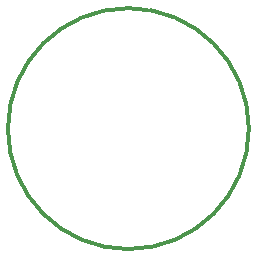
<source format=gbr>
%TF.GenerationSoftware,KiCad,Pcbnew,(5.1.8)-1*%
%TF.CreationDate,2021-03-12T13:42:17+01:00*%
%TF.ProjectId,AP,41502e6b-6963-4616-945f-706362585858,rev?*%
%TF.SameCoordinates,Original*%
%TF.FileFunction,OtherDrawing,Comment*%
%FSLAX46Y46*%
G04 Gerber Fmt 4.6, Leading zero omitted, Abs format (unit mm)*
G04 Created by KiCad (PCBNEW (5.1.8)-1) date 2021-03-12 13:42:17*
%MOMM*%
%LPD*%
G01*
G04 APERTURE LIST*
%ADD10C,0.300000*%
G04 APERTURE END LIST*
D10*
%TO.C,Baterie1*%
X193080000Y-107315000D02*
G75*
G03*
X193080000Y-107315000I-10200000J0D01*
G01*
%TD*%
M02*

</source>
